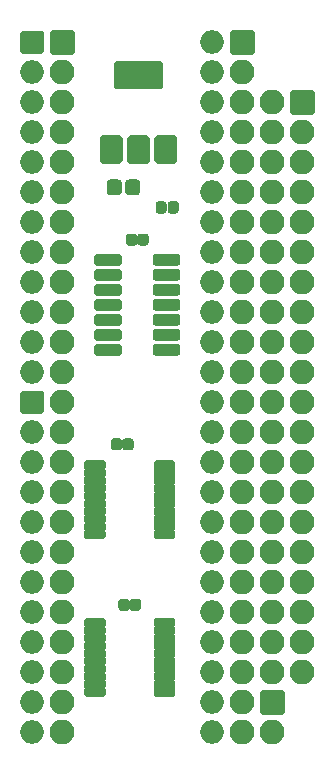
<source format=gbr>
%TF.GenerationSoftware,KiCad,Pcbnew,(5.1.8)-1*%
%TF.CreationDate,2021-02-07T10:27:01+01:00*%
%TF.ProjectId,deniseadapter,64656e69-7365-4616-9461-707465722e6b,rev?*%
%TF.SameCoordinates,Original*%
%TF.FileFunction,Soldermask,Top*%
%TF.FilePolarity,Negative*%
%FSLAX46Y46*%
G04 Gerber Fmt 4.6, Leading zero omitted, Abs format (unit mm)*
G04 Created by KiCad (PCBNEW (5.1.8)-1) date 2021-02-07 10:27:01*
%MOMM*%
%LPD*%
G01*
G04 APERTURE LIST*
%ADD10O,2.100000X2.100000*%
%ADD11O,2.000000X2.000000*%
G04 APERTURE END LIST*
%TO.C,U1*%
G36*
G01*
X127030000Y-79625000D02*
X127030000Y-79125000D01*
G75*
G02*
X127280000Y-78875000I250000J0D01*
G01*
X129130000Y-78875000D01*
G75*
G02*
X129380000Y-79125000I0J-250000D01*
G01*
X129380000Y-79625000D01*
G75*
G02*
X129130000Y-79875000I-250000J0D01*
G01*
X127280000Y-79875000D01*
G75*
G02*
X127030000Y-79625000I0J250000D01*
G01*
G37*
G36*
G01*
X127030000Y-80895000D02*
X127030000Y-80395000D01*
G75*
G02*
X127280000Y-80145000I250000J0D01*
G01*
X129130000Y-80145000D01*
G75*
G02*
X129380000Y-80395000I0J-250000D01*
G01*
X129380000Y-80895000D01*
G75*
G02*
X129130000Y-81145000I-250000J0D01*
G01*
X127280000Y-81145000D01*
G75*
G02*
X127030000Y-80895000I0J250000D01*
G01*
G37*
G36*
G01*
X127030000Y-82165000D02*
X127030000Y-81665000D01*
G75*
G02*
X127280000Y-81415000I250000J0D01*
G01*
X129130000Y-81415000D01*
G75*
G02*
X129380000Y-81665000I0J-250000D01*
G01*
X129380000Y-82165000D01*
G75*
G02*
X129130000Y-82415000I-250000J0D01*
G01*
X127280000Y-82415000D01*
G75*
G02*
X127030000Y-82165000I0J250000D01*
G01*
G37*
G36*
G01*
X127030000Y-83435000D02*
X127030000Y-82935000D01*
G75*
G02*
X127280000Y-82685000I250000J0D01*
G01*
X129130000Y-82685000D01*
G75*
G02*
X129380000Y-82935000I0J-250000D01*
G01*
X129380000Y-83435000D01*
G75*
G02*
X129130000Y-83685000I-250000J0D01*
G01*
X127280000Y-83685000D01*
G75*
G02*
X127030000Y-83435000I0J250000D01*
G01*
G37*
G36*
G01*
X127030000Y-84705000D02*
X127030000Y-84205000D01*
G75*
G02*
X127280000Y-83955000I250000J0D01*
G01*
X129130000Y-83955000D01*
G75*
G02*
X129380000Y-84205000I0J-250000D01*
G01*
X129380000Y-84705000D01*
G75*
G02*
X129130000Y-84955000I-250000J0D01*
G01*
X127280000Y-84955000D01*
G75*
G02*
X127030000Y-84705000I0J250000D01*
G01*
G37*
G36*
G01*
X127030000Y-85975000D02*
X127030000Y-85475000D01*
G75*
G02*
X127280000Y-85225000I250000J0D01*
G01*
X129130000Y-85225000D01*
G75*
G02*
X129380000Y-85475000I0J-250000D01*
G01*
X129380000Y-85975000D01*
G75*
G02*
X129130000Y-86225000I-250000J0D01*
G01*
X127280000Y-86225000D01*
G75*
G02*
X127030000Y-85975000I0J250000D01*
G01*
G37*
G36*
G01*
X127030000Y-87245000D02*
X127030000Y-86745000D01*
G75*
G02*
X127280000Y-86495000I250000J0D01*
G01*
X129130000Y-86495000D01*
G75*
G02*
X129380000Y-86745000I0J-250000D01*
G01*
X129380000Y-87245000D01*
G75*
G02*
X129130000Y-87495000I-250000J0D01*
G01*
X127280000Y-87495000D01*
G75*
G02*
X127030000Y-87245000I0J250000D01*
G01*
G37*
G36*
G01*
X122080000Y-87245000D02*
X122080000Y-86745000D01*
G75*
G02*
X122330000Y-86495000I250000J0D01*
G01*
X124180000Y-86495000D01*
G75*
G02*
X124430000Y-86745000I0J-250000D01*
G01*
X124430000Y-87245000D01*
G75*
G02*
X124180000Y-87495000I-250000J0D01*
G01*
X122330000Y-87495000D01*
G75*
G02*
X122080000Y-87245000I0J250000D01*
G01*
G37*
G36*
G01*
X122080000Y-85975000D02*
X122080000Y-85475000D01*
G75*
G02*
X122330000Y-85225000I250000J0D01*
G01*
X124180000Y-85225000D01*
G75*
G02*
X124430000Y-85475000I0J-250000D01*
G01*
X124430000Y-85975000D01*
G75*
G02*
X124180000Y-86225000I-250000J0D01*
G01*
X122330000Y-86225000D01*
G75*
G02*
X122080000Y-85975000I0J250000D01*
G01*
G37*
G36*
G01*
X122080000Y-84705000D02*
X122080000Y-84205000D01*
G75*
G02*
X122330000Y-83955000I250000J0D01*
G01*
X124180000Y-83955000D01*
G75*
G02*
X124430000Y-84205000I0J-250000D01*
G01*
X124430000Y-84705000D01*
G75*
G02*
X124180000Y-84955000I-250000J0D01*
G01*
X122330000Y-84955000D01*
G75*
G02*
X122080000Y-84705000I0J250000D01*
G01*
G37*
G36*
G01*
X122080000Y-83435000D02*
X122080000Y-82935000D01*
G75*
G02*
X122330000Y-82685000I250000J0D01*
G01*
X124180000Y-82685000D01*
G75*
G02*
X124430000Y-82935000I0J-250000D01*
G01*
X124430000Y-83435000D01*
G75*
G02*
X124180000Y-83685000I-250000J0D01*
G01*
X122330000Y-83685000D01*
G75*
G02*
X122080000Y-83435000I0J250000D01*
G01*
G37*
G36*
G01*
X122080000Y-82165000D02*
X122080000Y-81665000D01*
G75*
G02*
X122330000Y-81415000I250000J0D01*
G01*
X124180000Y-81415000D01*
G75*
G02*
X124430000Y-81665000I0J-250000D01*
G01*
X124430000Y-82165000D01*
G75*
G02*
X124180000Y-82415000I-250000J0D01*
G01*
X122330000Y-82415000D01*
G75*
G02*
X122080000Y-82165000I0J250000D01*
G01*
G37*
G36*
G01*
X122080000Y-80895000D02*
X122080000Y-80395000D01*
G75*
G02*
X122330000Y-80145000I250000J0D01*
G01*
X124180000Y-80145000D01*
G75*
G02*
X124430000Y-80395000I0J-250000D01*
G01*
X124430000Y-80895000D01*
G75*
G02*
X124180000Y-81145000I-250000J0D01*
G01*
X122330000Y-81145000D01*
G75*
G02*
X122080000Y-80895000I0J250000D01*
G01*
G37*
G36*
G01*
X122080000Y-79625000D02*
X122080000Y-79125000D01*
G75*
G02*
X122330000Y-78875000I250000J0D01*
G01*
X124180000Y-78875000D01*
G75*
G02*
X124430000Y-79125000I0J-250000D01*
G01*
X124430000Y-79625000D01*
G75*
G02*
X124180000Y-79875000I-250000J0D01*
G01*
X122330000Y-79875000D01*
G75*
G02*
X122080000Y-79625000I0J250000D01*
G01*
G37*
%TD*%
%TO.C,C3*%
G36*
G01*
X125095000Y-108315000D02*
X125095000Y-108855000D01*
G75*
G02*
X124855000Y-109095000I-240000J0D01*
G01*
X124375000Y-109095000D01*
G75*
G02*
X124135000Y-108855000I0J240000D01*
G01*
X124135000Y-108315000D01*
G75*
G02*
X124375000Y-108075000I240000J0D01*
G01*
X124855000Y-108075000D01*
G75*
G02*
X125095000Y-108315000I0J-240000D01*
G01*
G37*
G36*
G01*
X126055000Y-108315000D02*
X126055000Y-108855000D01*
G75*
G02*
X125815000Y-109095000I-240000J0D01*
G01*
X125335000Y-109095000D01*
G75*
G02*
X125095000Y-108855000I0J240000D01*
G01*
X125095000Y-108315000D01*
G75*
G02*
X125335000Y-108075000I240000J0D01*
G01*
X125815000Y-108075000D01*
G75*
G02*
X126055000Y-108315000I0J-240000D01*
G01*
G37*
%TD*%
%TO.C,C2*%
G36*
G01*
X124460000Y-94726000D02*
X124460000Y-95266000D01*
G75*
G02*
X124220000Y-95506000I-240000J0D01*
G01*
X123740000Y-95506000D01*
G75*
G02*
X123500000Y-95266000I0J240000D01*
G01*
X123500000Y-94726000D01*
G75*
G02*
X123740000Y-94486000I240000J0D01*
G01*
X124220000Y-94486000D01*
G75*
G02*
X124460000Y-94726000I0J-240000D01*
G01*
G37*
G36*
G01*
X125420000Y-94726000D02*
X125420000Y-95266000D01*
G75*
G02*
X125180000Y-95506000I-240000J0D01*
G01*
X124700000Y-95506000D01*
G75*
G02*
X124460000Y-95266000I0J240000D01*
G01*
X124460000Y-94726000D01*
G75*
G02*
X124700000Y-94486000I240000J0D01*
G01*
X125180000Y-94486000D01*
G75*
G02*
X125420000Y-94726000I0J-240000D01*
G01*
G37*
%TD*%
%TO.C,C1*%
G36*
G01*
X125733000Y-77390500D02*
X125733000Y-77930500D01*
G75*
G02*
X125493000Y-78170500I-240000J0D01*
G01*
X125013000Y-78170500D01*
G75*
G02*
X124773000Y-77930500I0J240000D01*
G01*
X124773000Y-77390500D01*
G75*
G02*
X125013000Y-77150500I240000J0D01*
G01*
X125493000Y-77150500D01*
G75*
G02*
X125733000Y-77390500I0J-240000D01*
G01*
G37*
G36*
G01*
X126693000Y-77390500D02*
X126693000Y-77930500D01*
G75*
G02*
X126453000Y-78170500I-240000J0D01*
G01*
X125973000Y-78170500D01*
G75*
G02*
X125733000Y-77930500I0J240000D01*
G01*
X125733000Y-77390500D01*
G75*
G02*
X125973000Y-77150500I240000J0D01*
G01*
X126453000Y-77150500D01*
G75*
G02*
X126693000Y-77390500I0J-240000D01*
G01*
G37*
%TD*%
%TO.C,R1*%
G36*
G01*
X128230000Y-74645000D02*
X128230000Y-75215000D01*
G75*
G02*
X127995000Y-75450000I-235000J0D01*
G01*
X127525000Y-75450000D01*
G75*
G02*
X127290000Y-75215000I0J235000D01*
G01*
X127290000Y-74645000D01*
G75*
G02*
X127525000Y-74410000I235000J0D01*
G01*
X127995000Y-74410000D01*
G75*
G02*
X128230000Y-74645000I0J-235000D01*
G01*
G37*
G36*
G01*
X129250000Y-74645000D02*
X129250000Y-75215000D01*
G75*
G02*
X129015000Y-75450000I-235000J0D01*
G01*
X128545000Y-75450000D01*
G75*
G02*
X128310000Y-75215000I0J235000D01*
G01*
X128310000Y-74645000D01*
G75*
G02*
X128545000Y-74410000I235000J0D01*
G01*
X129015000Y-74410000D01*
G75*
G02*
X129250000Y-74645000I0J-235000D01*
G01*
G37*
%TD*%
%TO.C,C4*%
G36*
G01*
X124444000Y-72883300D02*
X124444000Y-73583300D01*
G75*
G02*
X124119000Y-73908300I-325000J0D01*
G01*
X123469000Y-73908300D01*
G75*
G02*
X123144000Y-73583300I0J325000D01*
G01*
X123144000Y-72883300D01*
G75*
G02*
X123469000Y-72558300I325000J0D01*
G01*
X124119000Y-72558300D01*
G75*
G02*
X124444000Y-72883300I0J-325000D01*
G01*
G37*
G36*
G01*
X125994000Y-72883300D02*
X125994000Y-73583300D01*
G75*
G02*
X125669000Y-73908300I-325000J0D01*
G01*
X125019000Y-73908300D01*
G75*
G02*
X124694000Y-73583300I0J325000D01*
G01*
X124694000Y-72883300D01*
G75*
G02*
X125019000Y-72558300I325000J0D01*
G01*
X125669000Y-72558300D01*
G75*
G02*
X125994000Y-72883300I0J-325000D01*
G01*
G37*
%TD*%
%TO.C,U4*%
G36*
G01*
X124289000Y-71233300D02*
X122789000Y-71233300D01*
G75*
G02*
X122589000Y-71033300I0J200000D01*
G01*
X122589000Y-69033300D01*
G75*
G02*
X122789000Y-68833300I200000J0D01*
G01*
X124289000Y-68833300D01*
G75*
G02*
X124489000Y-69033300I0J-200000D01*
G01*
X124489000Y-71033300D01*
G75*
G02*
X124289000Y-71233300I-200000J0D01*
G01*
G37*
G36*
G01*
X128889000Y-71233300D02*
X127389000Y-71233300D01*
G75*
G02*
X127189000Y-71033300I0J200000D01*
G01*
X127189000Y-69033300D01*
G75*
G02*
X127389000Y-68833300I200000J0D01*
G01*
X128889000Y-68833300D01*
G75*
G02*
X129089000Y-69033300I0J-200000D01*
G01*
X129089000Y-71033300D01*
G75*
G02*
X128889000Y-71233300I-200000J0D01*
G01*
G37*
G36*
G01*
X126589000Y-71233300D02*
X125089000Y-71233300D01*
G75*
G02*
X124889000Y-71033300I0J200000D01*
G01*
X124889000Y-69033300D01*
G75*
G02*
X125089000Y-68833300I200000J0D01*
G01*
X126589000Y-68833300D01*
G75*
G02*
X126789000Y-69033300I0J-200000D01*
G01*
X126789000Y-71033300D01*
G75*
G02*
X126589000Y-71233300I-200000J0D01*
G01*
G37*
G36*
G01*
X127739000Y-64933300D02*
X123939000Y-64933300D01*
G75*
G02*
X123739000Y-64733300I0J200000D01*
G01*
X123739000Y-62733300D01*
G75*
G02*
X123939000Y-62533300I200000J0D01*
G01*
X127739000Y-62533300D01*
G75*
G02*
X127939000Y-62733300I0J-200000D01*
G01*
X127939000Y-64733300D01*
G75*
G02*
X127739000Y-64933300I-200000J0D01*
G01*
G37*
%TD*%
%TO.C,JMainBoard1*%
G36*
G01*
X120430000Y-60110000D02*
X120430000Y-61810000D01*
G75*
G02*
X120230000Y-62010000I-200000J0D01*
G01*
X118530000Y-62010000D01*
G75*
G02*
X118330000Y-61810000I0J200000D01*
G01*
X118330000Y-60110000D01*
G75*
G02*
X118530000Y-59910000I200000J0D01*
G01*
X120230000Y-59910000D01*
G75*
G02*
X120430000Y-60110000I0J-200000D01*
G01*
G37*
D10*
X119380000Y-63500000D03*
X119380000Y-66040000D03*
X119380000Y-68580000D03*
X119380000Y-71120000D03*
X119380000Y-73660000D03*
X119380000Y-76200000D03*
X119380000Y-78740000D03*
X119380000Y-81280000D03*
X119380000Y-83820000D03*
X119380000Y-86360000D03*
X119380000Y-88900000D03*
X119380000Y-91440000D03*
X119380000Y-93980000D03*
X119380000Y-96520000D03*
X119380000Y-99060000D03*
X119380000Y-101600000D03*
X119380000Y-104140000D03*
X119380000Y-106680000D03*
X119380000Y-109220000D03*
X119380000Y-111760000D03*
X119380000Y-114300000D03*
X119380000Y-116840000D03*
X119380000Y-119380000D03*
%TD*%
%TO.C,U2*%
G36*
G01*
X127120000Y-96995000D02*
X127120000Y-96545000D01*
G75*
G02*
X127320000Y-96345000I200000J0D01*
G01*
X128770000Y-96345000D01*
G75*
G02*
X128970000Y-96545000I0J-200000D01*
G01*
X128970000Y-96995000D01*
G75*
G02*
X128770000Y-97195000I-200000J0D01*
G01*
X127320000Y-97195000D01*
G75*
G02*
X127120000Y-96995000I0J200000D01*
G01*
G37*
G36*
G01*
X127120000Y-97645000D02*
X127120000Y-97195000D01*
G75*
G02*
X127320000Y-96995000I200000J0D01*
G01*
X128770000Y-96995000D01*
G75*
G02*
X128970000Y-97195000I0J-200000D01*
G01*
X128970000Y-97645000D01*
G75*
G02*
X128770000Y-97845000I-200000J0D01*
G01*
X127320000Y-97845000D01*
G75*
G02*
X127120000Y-97645000I0J200000D01*
G01*
G37*
G36*
G01*
X127120000Y-98295000D02*
X127120000Y-97845000D01*
G75*
G02*
X127320000Y-97645000I200000J0D01*
G01*
X128770000Y-97645000D01*
G75*
G02*
X128970000Y-97845000I0J-200000D01*
G01*
X128970000Y-98295000D01*
G75*
G02*
X128770000Y-98495000I-200000J0D01*
G01*
X127320000Y-98495000D01*
G75*
G02*
X127120000Y-98295000I0J200000D01*
G01*
G37*
G36*
G01*
X127120000Y-98945000D02*
X127120000Y-98495000D01*
G75*
G02*
X127320000Y-98295000I200000J0D01*
G01*
X128770000Y-98295000D01*
G75*
G02*
X128970000Y-98495000I0J-200000D01*
G01*
X128970000Y-98945000D01*
G75*
G02*
X128770000Y-99145000I-200000J0D01*
G01*
X127320000Y-99145000D01*
G75*
G02*
X127120000Y-98945000I0J200000D01*
G01*
G37*
G36*
G01*
X127120000Y-99595000D02*
X127120000Y-99145000D01*
G75*
G02*
X127320000Y-98945000I200000J0D01*
G01*
X128770000Y-98945000D01*
G75*
G02*
X128970000Y-99145000I0J-200000D01*
G01*
X128970000Y-99595000D01*
G75*
G02*
X128770000Y-99795000I-200000J0D01*
G01*
X127320000Y-99795000D01*
G75*
G02*
X127120000Y-99595000I0J200000D01*
G01*
G37*
G36*
G01*
X127120000Y-100245000D02*
X127120000Y-99795000D01*
G75*
G02*
X127320000Y-99595000I200000J0D01*
G01*
X128770000Y-99595000D01*
G75*
G02*
X128970000Y-99795000I0J-200000D01*
G01*
X128970000Y-100245000D01*
G75*
G02*
X128770000Y-100445000I-200000J0D01*
G01*
X127320000Y-100445000D01*
G75*
G02*
X127120000Y-100245000I0J200000D01*
G01*
G37*
G36*
G01*
X127120000Y-100895000D02*
X127120000Y-100445000D01*
G75*
G02*
X127320000Y-100245000I200000J0D01*
G01*
X128770000Y-100245000D01*
G75*
G02*
X128970000Y-100445000I0J-200000D01*
G01*
X128970000Y-100895000D01*
G75*
G02*
X128770000Y-101095000I-200000J0D01*
G01*
X127320000Y-101095000D01*
G75*
G02*
X127120000Y-100895000I0J200000D01*
G01*
G37*
G36*
G01*
X127120000Y-101545000D02*
X127120000Y-101095000D01*
G75*
G02*
X127320000Y-100895000I200000J0D01*
G01*
X128770000Y-100895000D01*
G75*
G02*
X128970000Y-101095000I0J-200000D01*
G01*
X128970000Y-101545000D01*
G75*
G02*
X128770000Y-101745000I-200000J0D01*
G01*
X127320000Y-101745000D01*
G75*
G02*
X127120000Y-101545000I0J200000D01*
G01*
G37*
G36*
G01*
X127120000Y-102195000D02*
X127120000Y-101745000D01*
G75*
G02*
X127320000Y-101545000I200000J0D01*
G01*
X128770000Y-101545000D01*
G75*
G02*
X128970000Y-101745000I0J-200000D01*
G01*
X128970000Y-102195000D01*
G75*
G02*
X128770000Y-102395000I-200000J0D01*
G01*
X127320000Y-102395000D01*
G75*
G02*
X127120000Y-102195000I0J200000D01*
G01*
G37*
G36*
G01*
X127120000Y-102845000D02*
X127120000Y-102395000D01*
G75*
G02*
X127320000Y-102195000I200000J0D01*
G01*
X128770000Y-102195000D01*
G75*
G02*
X128970000Y-102395000I0J-200000D01*
G01*
X128970000Y-102845000D01*
G75*
G02*
X128770000Y-103045000I-200000J0D01*
G01*
X127320000Y-103045000D01*
G75*
G02*
X127120000Y-102845000I0J200000D01*
G01*
G37*
G36*
G01*
X121220000Y-102845000D02*
X121220000Y-102395000D01*
G75*
G02*
X121420000Y-102195000I200000J0D01*
G01*
X122870000Y-102195000D01*
G75*
G02*
X123070000Y-102395000I0J-200000D01*
G01*
X123070000Y-102845000D01*
G75*
G02*
X122870000Y-103045000I-200000J0D01*
G01*
X121420000Y-103045000D01*
G75*
G02*
X121220000Y-102845000I0J200000D01*
G01*
G37*
G36*
G01*
X121220000Y-102195000D02*
X121220000Y-101745000D01*
G75*
G02*
X121420000Y-101545000I200000J0D01*
G01*
X122870000Y-101545000D01*
G75*
G02*
X123070000Y-101745000I0J-200000D01*
G01*
X123070000Y-102195000D01*
G75*
G02*
X122870000Y-102395000I-200000J0D01*
G01*
X121420000Y-102395000D01*
G75*
G02*
X121220000Y-102195000I0J200000D01*
G01*
G37*
G36*
G01*
X121220000Y-101545000D02*
X121220000Y-101095000D01*
G75*
G02*
X121420000Y-100895000I200000J0D01*
G01*
X122870000Y-100895000D01*
G75*
G02*
X123070000Y-101095000I0J-200000D01*
G01*
X123070000Y-101545000D01*
G75*
G02*
X122870000Y-101745000I-200000J0D01*
G01*
X121420000Y-101745000D01*
G75*
G02*
X121220000Y-101545000I0J200000D01*
G01*
G37*
G36*
G01*
X121220000Y-100895000D02*
X121220000Y-100445000D01*
G75*
G02*
X121420000Y-100245000I200000J0D01*
G01*
X122870000Y-100245000D01*
G75*
G02*
X123070000Y-100445000I0J-200000D01*
G01*
X123070000Y-100895000D01*
G75*
G02*
X122870000Y-101095000I-200000J0D01*
G01*
X121420000Y-101095000D01*
G75*
G02*
X121220000Y-100895000I0J200000D01*
G01*
G37*
G36*
G01*
X121220000Y-100245000D02*
X121220000Y-99795000D01*
G75*
G02*
X121420000Y-99595000I200000J0D01*
G01*
X122870000Y-99595000D01*
G75*
G02*
X123070000Y-99795000I0J-200000D01*
G01*
X123070000Y-100245000D01*
G75*
G02*
X122870000Y-100445000I-200000J0D01*
G01*
X121420000Y-100445000D01*
G75*
G02*
X121220000Y-100245000I0J200000D01*
G01*
G37*
G36*
G01*
X121220000Y-99595000D02*
X121220000Y-99145000D01*
G75*
G02*
X121420000Y-98945000I200000J0D01*
G01*
X122870000Y-98945000D01*
G75*
G02*
X123070000Y-99145000I0J-200000D01*
G01*
X123070000Y-99595000D01*
G75*
G02*
X122870000Y-99795000I-200000J0D01*
G01*
X121420000Y-99795000D01*
G75*
G02*
X121220000Y-99595000I0J200000D01*
G01*
G37*
G36*
G01*
X121220000Y-98945000D02*
X121220000Y-98495000D01*
G75*
G02*
X121420000Y-98295000I200000J0D01*
G01*
X122870000Y-98295000D01*
G75*
G02*
X123070000Y-98495000I0J-200000D01*
G01*
X123070000Y-98945000D01*
G75*
G02*
X122870000Y-99145000I-200000J0D01*
G01*
X121420000Y-99145000D01*
G75*
G02*
X121220000Y-98945000I0J200000D01*
G01*
G37*
G36*
G01*
X121220000Y-98295000D02*
X121220000Y-97845000D01*
G75*
G02*
X121420000Y-97645000I200000J0D01*
G01*
X122870000Y-97645000D01*
G75*
G02*
X123070000Y-97845000I0J-200000D01*
G01*
X123070000Y-98295000D01*
G75*
G02*
X122870000Y-98495000I-200000J0D01*
G01*
X121420000Y-98495000D01*
G75*
G02*
X121220000Y-98295000I0J200000D01*
G01*
G37*
G36*
G01*
X121220000Y-97645000D02*
X121220000Y-97195000D01*
G75*
G02*
X121420000Y-96995000I200000J0D01*
G01*
X122870000Y-96995000D01*
G75*
G02*
X123070000Y-97195000I0J-200000D01*
G01*
X123070000Y-97645000D01*
G75*
G02*
X122870000Y-97845000I-200000J0D01*
G01*
X121420000Y-97845000D01*
G75*
G02*
X121220000Y-97645000I0J200000D01*
G01*
G37*
G36*
G01*
X121220000Y-96995000D02*
X121220000Y-96545000D01*
G75*
G02*
X121420000Y-96345000I200000J0D01*
G01*
X122870000Y-96345000D01*
G75*
G02*
X123070000Y-96545000I0J-200000D01*
G01*
X123070000Y-96995000D01*
G75*
G02*
X122870000Y-97195000I-200000J0D01*
G01*
X121420000Y-97195000D01*
G75*
G02*
X121220000Y-96995000I0J200000D01*
G01*
G37*
%TD*%
%TO.C,U3*%
G36*
G01*
X121220000Y-110330000D02*
X121220000Y-109880000D01*
G75*
G02*
X121420000Y-109680000I200000J0D01*
G01*
X122870000Y-109680000D01*
G75*
G02*
X123070000Y-109880000I0J-200000D01*
G01*
X123070000Y-110330000D01*
G75*
G02*
X122870000Y-110530000I-200000J0D01*
G01*
X121420000Y-110530000D01*
G75*
G02*
X121220000Y-110330000I0J200000D01*
G01*
G37*
G36*
G01*
X121220000Y-110980000D02*
X121220000Y-110530000D01*
G75*
G02*
X121420000Y-110330000I200000J0D01*
G01*
X122870000Y-110330000D01*
G75*
G02*
X123070000Y-110530000I0J-200000D01*
G01*
X123070000Y-110980000D01*
G75*
G02*
X122870000Y-111180000I-200000J0D01*
G01*
X121420000Y-111180000D01*
G75*
G02*
X121220000Y-110980000I0J200000D01*
G01*
G37*
G36*
G01*
X121220000Y-111630000D02*
X121220000Y-111180000D01*
G75*
G02*
X121420000Y-110980000I200000J0D01*
G01*
X122870000Y-110980000D01*
G75*
G02*
X123070000Y-111180000I0J-200000D01*
G01*
X123070000Y-111630000D01*
G75*
G02*
X122870000Y-111830000I-200000J0D01*
G01*
X121420000Y-111830000D01*
G75*
G02*
X121220000Y-111630000I0J200000D01*
G01*
G37*
G36*
G01*
X121220000Y-112280000D02*
X121220000Y-111830000D01*
G75*
G02*
X121420000Y-111630000I200000J0D01*
G01*
X122870000Y-111630000D01*
G75*
G02*
X123070000Y-111830000I0J-200000D01*
G01*
X123070000Y-112280000D01*
G75*
G02*
X122870000Y-112480000I-200000J0D01*
G01*
X121420000Y-112480000D01*
G75*
G02*
X121220000Y-112280000I0J200000D01*
G01*
G37*
G36*
G01*
X121220000Y-112930000D02*
X121220000Y-112480000D01*
G75*
G02*
X121420000Y-112280000I200000J0D01*
G01*
X122870000Y-112280000D01*
G75*
G02*
X123070000Y-112480000I0J-200000D01*
G01*
X123070000Y-112930000D01*
G75*
G02*
X122870000Y-113130000I-200000J0D01*
G01*
X121420000Y-113130000D01*
G75*
G02*
X121220000Y-112930000I0J200000D01*
G01*
G37*
G36*
G01*
X121220000Y-113580000D02*
X121220000Y-113130000D01*
G75*
G02*
X121420000Y-112930000I200000J0D01*
G01*
X122870000Y-112930000D01*
G75*
G02*
X123070000Y-113130000I0J-200000D01*
G01*
X123070000Y-113580000D01*
G75*
G02*
X122870000Y-113780000I-200000J0D01*
G01*
X121420000Y-113780000D01*
G75*
G02*
X121220000Y-113580000I0J200000D01*
G01*
G37*
G36*
G01*
X121220000Y-114230000D02*
X121220000Y-113780000D01*
G75*
G02*
X121420000Y-113580000I200000J0D01*
G01*
X122870000Y-113580000D01*
G75*
G02*
X123070000Y-113780000I0J-200000D01*
G01*
X123070000Y-114230000D01*
G75*
G02*
X122870000Y-114430000I-200000J0D01*
G01*
X121420000Y-114430000D01*
G75*
G02*
X121220000Y-114230000I0J200000D01*
G01*
G37*
G36*
G01*
X121220000Y-114880000D02*
X121220000Y-114430000D01*
G75*
G02*
X121420000Y-114230000I200000J0D01*
G01*
X122870000Y-114230000D01*
G75*
G02*
X123070000Y-114430000I0J-200000D01*
G01*
X123070000Y-114880000D01*
G75*
G02*
X122870000Y-115080000I-200000J0D01*
G01*
X121420000Y-115080000D01*
G75*
G02*
X121220000Y-114880000I0J200000D01*
G01*
G37*
G36*
G01*
X121220000Y-115530000D02*
X121220000Y-115080000D01*
G75*
G02*
X121420000Y-114880000I200000J0D01*
G01*
X122870000Y-114880000D01*
G75*
G02*
X123070000Y-115080000I0J-200000D01*
G01*
X123070000Y-115530000D01*
G75*
G02*
X122870000Y-115730000I-200000J0D01*
G01*
X121420000Y-115730000D01*
G75*
G02*
X121220000Y-115530000I0J200000D01*
G01*
G37*
G36*
G01*
X121220000Y-116180000D02*
X121220000Y-115730000D01*
G75*
G02*
X121420000Y-115530000I200000J0D01*
G01*
X122870000Y-115530000D01*
G75*
G02*
X123070000Y-115730000I0J-200000D01*
G01*
X123070000Y-116180000D01*
G75*
G02*
X122870000Y-116380000I-200000J0D01*
G01*
X121420000Y-116380000D01*
G75*
G02*
X121220000Y-116180000I0J200000D01*
G01*
G37*
G36*
G01*
X127120000Y-116180000D02*
X127120000Y-115730000D01*
G75*
G02*
X127320000Y-115530000I200000J0D01*
G01*
X128770000Y-115530000D01*
G75*
G02*
X128970000Y-115730000I0J-200000D01*
G01*
X128970000Y-116180000D01*
G75*
G02*
X128770000Y-116380000I-200000J0D01*
G01*
X127320000Y-116380000D01*
G75*
G02*
X127120000Y-116180000I0J200000D01*
G01*
G37*
G36*
G01*
X127120000Y-115530000D02*
X127120000Y-115080000D01*
G75*
G02*
X127320000Y-114880000I200000J0D01*
G01*
X128770000Y-114880000D01*
G75*
G02*
X128970000Y-115080000I0J-200000D01*
G01*
X128970000Y-115530000D01*
G75*
G02*
X128770000Y-115730000I-200000J0D01*
G01*
X127320000Y-115730000D01*
G75*
G02*
X127120000Y-115530000I0J200000D01*
G01*
G37*
G36*
G01*
X127120000Y-114880000D02*
X127120000Y-114430000D01*
G75*
G02*
X127320000Y-114230000I200000J0D01*
G01*
X128770000Y-114230000D01*
G75*
G02*
X128970000Y-114430000I0J-200000D01*
G01*
X128970000Y-114880000D01*
G75*
G02*
X128770000Y-115080000I-200000J0D01*
G01*
X127320000Y-115080000D01*
G75*
G02*
X127120000Y-114880000I0J200000D01*
G01*
G37*
G36*
G01*
X127120000Y-114230000D02*
X127120000Y-113780000D01*
G75*
G02*
X127320000Y-113580000I200000J0D01*
G01*
X128770000Y-113580000D01*
G75*
G02*
X128970000Y-113780000I0J-200000D01*
G01*
X128970000Y-114230000D01*
G75*
G02*
X128770000Y-114430000I-200000J0D01*
G01*
X127320000Y-114430000D01*
G75*
G02*
X127120000Y-114230000I0J200000D01*
G01*
G37*
G36*
G01*
X127120000Y-113580000D02*
X127120000Y-113130000D01*
G75*
G02*
X127320000Y-112930000I200000J0D01*
G01*
X128770000Y-112930000D01*
G75*
G02*
X128970000Y-113130000I0J-200000D01*
G01*
X128970000Y-113580000D01*
G75*
G02*
X128770000Y-113780000I-200000J0D01*
G01*
X127320000Y-113780000D01*
G75*
G02*
X127120000Y-113580000I0J200000D01*
G01*
G37*
G36*
G01*
X127120000Y-112930000D02*
X127120000Y-112480000D01*
G75*
G02*
X127320000Y-112280000I200000J0D01*
G01*
X128770000Y-112280000D01*
G75*
G02*
X128970000Y-112480000I0J-200000D01*
G01*
X128970000Y-112930000D01*
G75*
G02*
X128770000Y-113130000I-200000J0D01*
G01*
X127320000Y-113130000D01*
G75*
G02*
X127120000Y-112930000I0J200000D01*
G01*
G37*
G36*
G01*
X127120000Y-112280000D02*
X127120000Y-111830000D01*
G75*
G02*
X127320000Y-111630000I200000J0D01*
G01*
X128770000Y-111630000D01*
G75*
G02*
X128970000Y-111830000I0J-200000D01*
G01*
X128970000Y-112280000D01*
G75*
G02*
X128770000Y-112480000I-200000J0D01*
G01*
X127320000Y-112480000D01*
G75*
G02*
X127120000Y-112280000I0J200000D01*
G01*
G37*
G36*
G01*
X127120000Y-111630000D02*
X127120000Y-111180000D01*
G75*
G02*
X127320000Y-110980000I200000J0D01*
G01*
X128770000Y-110980000D01*
G75*
G02*
X128970000Y-111180000I0J-200000D01*
G01*
X128970000Y-111630000D01*
G75*
G02*
X128770000Y-111830000I-200000J0D01*
G01*
X127320000Y-111830000D01*
G75*
G02*
X127120000Y-111630000I0J200000D01*
G01*
G37*
G36*
G01*
X127120000Y-110980000D02*
X127120000Y-110530000D01*
G75*
G02*
X127320000Y-110330000I200000J0D01*
G01*
X128770000Y-110330000D01*
G75*
G02*
X128970000Y-110530000I0J-200000D01*
G01*
X128970000Y-110980000D01*
G75*
G02*
X128770000Y-111180000I-200000J0D01*
G01*
X127320000Y-111180000D01*
G75*
G02*
X127120000Y-110980000I0J200000D01*
G01*
G37*
G36*
G01*
X127120000Y-110330000D02*
X127120000Y-109880000D01*
G75*
G02*
X127320000Y-109680000I200000J0D01*
G01*
X128770000Y-109680000D01*
G75*
G02*
X128970000Y-109880000I0J-200000D01*
G01*
X128970000Y-110330000D01*
G75*
G02*
X128770000Y-110530000I-200000J0D01*
G01*
X127320000Y-110530000D01*
G75*
G02*
X127120000Y-110330000I0J200000D01*
G01*
G37*
%TD*%
%TO.C,JRaspberryPiZero1*%
G36*
G01*
X138650000Y-66890000D02*
X138650000Y-65190000D01*
G75*
G02*
X138850000Y-64990000I200000J0D01*
G01*
X140550000Y-64990000D01*
G75*
G02*
X140750000Y-65190000I0J-200000D01*
G01*
X140750000Y-66890000D01*
G75*
G02*
X140550000Y-67090000I-200000J0D01*
G01*
X138850000Y-67090000D01*
G75*
G02*
X138650000Y-66890000I0J200000D01*
G01*
G37*
X137160000Y-66040000D03*
X139700000Y-68580000D03*
X137160000Y-68580000D03*
X139700000Y-71120000D03*
X137160000Y-71120000D03*
X139700000Y-73660000D03*
X137160000Y-73660000D03*
X139700000Y-76200000D03*
X137160000Y-76200000D03*
X139700000Y-78740000D03*
X137160000Y-78740000D03*
X139700000Y-81280000D03*
X137160000Y-81280000D03*
X139700000Y-83820000D03*
X137160000Y-83820000D03*
X139700000Y-86360000D03*
X137160000Y-86360000D03*
X139700000Y-88900000D03*
X137160000Y-88900000D03*
X139700000Y-91440000D03*
X137160000Y-91440000D03*
X139700000Y-93980000D03*
X137160000Y-93980000D03*
X139700000Y-96520000D03*
X137160000Y-96520000D03*
X139700000Y-99060000D03*
X137160000Y-99060000D03*
X139700000Y-101600000D03*
X137160000Y-101600000D03*
X139700000Y-104140000D03*
X137160000Y-104140000D03*
X139700000Y-106680000D03*
X137160000Y-106680000D03*
X139700000Y-109220000D03*
X137160000Y-109220000D03*
X139700000Y-111760000D03*
X137160000Y-111760000D03*
X139700000Y-114300000D03*
X137160000Y-114300000D03*
%TD*%
%TO.C,JMainBoard2*%
X134620000Y-119380000D03*
X134620000Y-116840000D03*
X134620000Y-114300000D03*
X134620000Y-111760000D03*
X134620000Y-109220000D03*
X134620000Y-106680000D03*
X134620000Y-104140000D03*
X134620000Y-101600000D03*
X134620000Y-99060000D03*
X134620000Y-96520000D03*
X134620000Y-93980000D03*
X134620000Y-91440000D03*
X134620000Y-88900000D03*
X134620000Y-86360000D03*
X134620000Y-83820000D03*
X134620000Y-81280000D03*
X134620000Y-78740000D03*
X134620000Y-76200000D03*
X134620000Y-73660000D03*
X134620000Y-71120000D03*
X134620000Y-68580000D03*
X134620000Y-66040000D03*
X134620000Y-63500000D03*
G36*
G01*
X135670000Y-60110000D02*
X135670000Y-61810000D01*
G75*
G02*
X135470000Y-62010000I-200000J0D01*
G01*
X133770000Y-62010000D01*
G75*
G02*
X133570000Y-61810000I0J200000D01*
G01*
X133570000Y-60110000D01*
G75*
G02*
X133770000Y-59910000I200000J0D01*
G01*
X135470000Y-59910000D01*
G75*
G02*
X135670000Y-60110000I0J-200000D01*
G01*
G37*
%TD*%
%TO.C,JDenise1*%
G36*
G01*
X115840000Y-61760000D02*
X115840000Y-60160000D01*
G75*
G02*
X116040000Y-59960000I200000J0D01*
G01*
X117640000Y-59960000D01*
G75*
G02*
X117840000Y-60160000I0J-200000D01*
G01*
X117840000Y-61760000D01*
G75*
G02*
X117640000Y-61960000I-200000J0D01*
G01*
X116040000Y-61960000D01*
G75*
G02*
X115840000Y-61760000I0J200000D01*
G01*
G37*
D11*
X132080000Y-88900000D03*
X116840000Y-63500000D03*
X132080000Y-86360000D03*
X116840000Y-66040000D03*
X132080000Y-83820000D03*
X116840000Y-68580000D03*
X132080000Y-81280000D03*
X116840000Y-71120000D03*
X132080000Y-78740000D03*
X116840000Y-73660000D03*
X132080000Y-76200000D03*
X116840000Y-76200000D03*
X132080000Y-73660000D03*
X116840000Y-78740000D03*
X132080000Y-71120000D03*
X116840000Y-81280000D03*
X132080000Y-68580000D03*
X116840000Y-83820000D03*
X132080000Y-66040000D03*
X116840000Y-86360000D03*
X132080000Y-63500000D03*
X116840000Y-88900000D03*
X132080000Y-60960000D03*
%TD*%
%TO.C,JDenise2*%
X132080000Y-91440000D03*
X116840000Y-119380000D03*
X132080000Y-93980000D03*
X116840000Y-116840000D03*
X132080000Y-96520000D03*
X116840000Y-114300000D03*
X132080000Y-99060000D03*
X116840000Y-111760000D03*
X132080000Y-101600000D03*
X116840000Y-109220000D03*
X132080000Y-104140000D03*
X116840000Y-106680000D03*
X132080000Y-106680000D03*
X116840000Y-104140000D03*
X132080000Y-109220000D03*
X116840000Y-101600000D03*
X132080000Y-111760000D03*
X116840000Y-99060000D03*
X132080000Y-114300000D03*
X116840000Y-96520000D03*
X132080000Y-116840000D03*
X116840000Y-93980000D03*
X132080000Y-119380000D03*
G36*
G01*
X115840000Y-92240000D02*
X115840000Y-90640000D01*
G75*
G02*
X116040000Y-90440000I200000J0D01*
G01*
X117640000Y-90440000D01*
G75*
G02*
X117840000Y-90640000I0J-200000D01*
G01*
X117840000Y-92240000D01*
G75*
G02*
X117640000Y-92440000I-200000J0D01*
G01*
X116040000Y-92440000D01*
G75*
G02*
X115840000Y-92240000I0J200000D01*
G01*
G37*
%TD*%
D10*
%TO.C,JButton1*%
X137160000Y-119380000D03*
G36*
G01*
X136110000Y-117690000D02*
X136110000Y-115990000D01*
G75*
G02*
X136310000Y-115790000I200000J0D01*
G01*
X138010000Y-115790000D01*
G75*
G02*
X138210000Y-115990000I0J-200000D01*
G01*
X138210000Y-117690000D01*
G75*
G02*
X138010000Y-117890000I-200000J0D01*
G01*
X136310000Y-117890000D01*
G75*
G02*
X136110000Y-117690000I0J200000D01*
G01*
G37*
%TD*%
M02*

</source>
